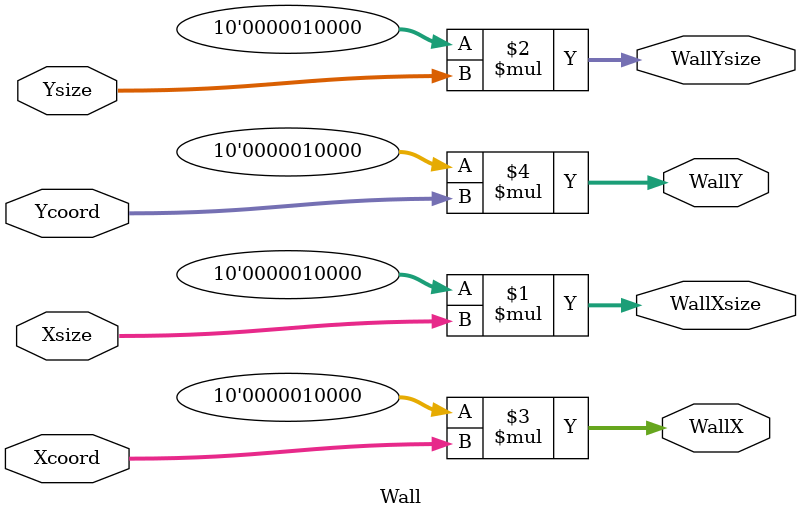
<source format=sv>

module  Wall ( input [9:0] Xsize, Ysize, Xcoord, Ycoord,
               output logic [9:0]  WallX, WallY, 
					output logic [9:0] WallYsize, WallXsize);
    
    logic [9:0] Wall_X_Pos, Wall_X_Motion, Wall_Y_Pos, Wall_Y_Motion, Wall_Size;
	 

	

    assign WallXsize = 10'd16 * Xsize;  // assigns the value 4 as a 10-digit binary number, ie "0000000100"
	 assign WallYsize = 10'd16 * Ysize;
   
       
    assign WallX = 10'd16 * Xcoord;
   
    assign WallY = 10'd16 * Ycoord;
    

endmodule

</source>
